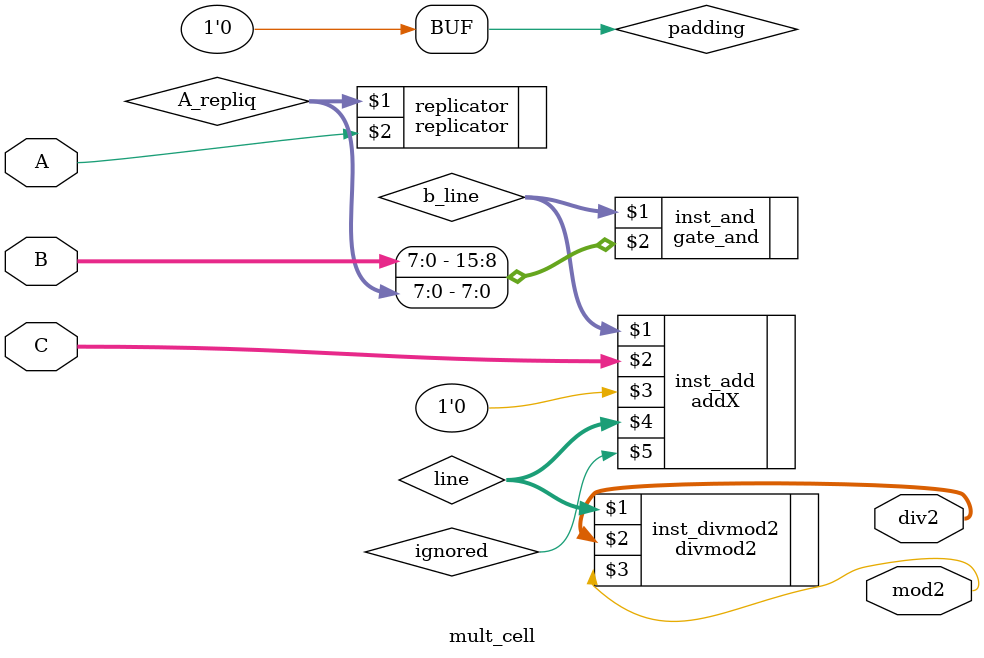
<source format=v>
`ifndef __MULTX__
 `define  __MULTX__

module multX(A, B, C, out);
   parameter WIRE = 8;
   parameter ELEM = WIRE;

   input  [ELEM-1:0] A;
   input  [WIRE-1:0] B;
   input  [WIRE-1:0] C;

   output [ELEM-1:0] out;

   wire [WIRE-1:0]   div;

   if (ELEM > 1)
     begin
	if (WIRE == ELEM)
	  mult_cell #(.WIRE(WIRE)) inst_mult_cells(A[0], B, {WIRE{1'b0}}, div, out[0]);
	else
	  mult_cell #(.WIRE(WIRE)) inst_mult_cells(A[0], B, C, div, out[0]);
	multX #(.WIRE(WIRE), .ELEM(ELEM-1)) inst_multX(A[ELEM-1:1],
						       B, div,//div == C
						       out[ELEM-1:1]);
     end
   else
     mult_cell #(.WIRE(WIRE)) inst_mult_cells(A[0], B, C, div, out[0]);
endmodule

`endif

`ifndef __MULT_CELL__
 `define __MULT_CELL__

 `include "src/routing/replicator.v"

 `include "src/alu/arithm/divmod2.v"
 `include "src/alu/arithm/addX.v"
 `include "src/primitive/gate/gate_and.v"

module mult_cell(A, B, C, div2, mod2);
   parameter WIRE = 8;

   input [WIRE-1:0] B, C;
   input	    A;

   output [WIRE-1:0] div2;
   output mod2;

   supply0 padding;
   wire [WIRE-1:0] line;
   wire		   ignored;
   wire [WIRE-1:0] A_repliq;
   wire [WIRE-1:0] b_line;

   replicator #(.WAY(WIRE), .WIRE(1)) replicator(A_repliq, A);
   gate_and #(.WAY(2), .WIRE(WIRE)) inst_and(b_line, {B, A_repliq});
   addX #(.WIRE(WIRE)) inst_add(b_line, C, padding, line, ignored);
   divmod2 #(.WIRE(WIRE)) inst_divmod2(line, div2, mod2);
endmodule

`endif

</source>
